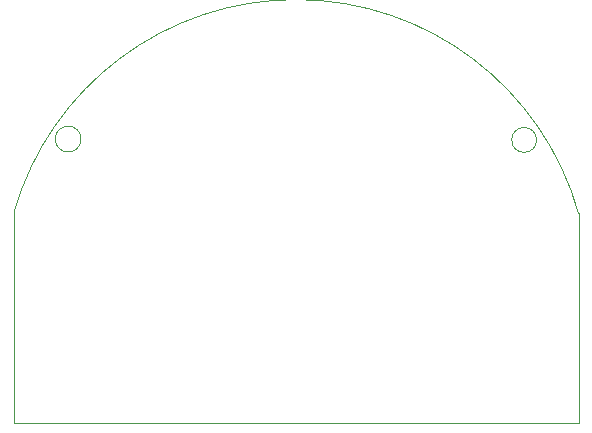
<source format=gbr>
G04 #@! TF.FileFunction,Profile,NP*
%FSLAX46Y46*%
G04 Gerber Fmt 4.6, Leading zero omitted, Abs format (unit mm)*
G04 Created by KiCad (PCBNEW (2015-05-28 BZR 5690)-product) date Thursday, June 25, 2015 'AMt' 09:08:00 AM*
%MOMM*%
G01*
G04 APERTURE LIST*
%ADD10C,0.100000*%
%ADD11C,0.001000*%
G04 APERTURE END LIST*
D10*
X154974922Y-90678000D02*
G75*
G03X154974922Y-90678000I-1050922J0D01*
G01*
X116403730Y-90606271D02*
G75*
G03X116403730Y-90606271I-1087730J0D01*
G01*
D11*
X158532224Y-96897166D02*
G75*
G03X110744000Y-96770000I-23912224J-6742834D01*
G01*
X110744000Y-114617500D02*
X110744000Y-96774000D01*
X158531560Y-114617500D02*
X110744000Y-114617500D01*
X158531560Y-96898460D02*
X158531580Y-114617500D01*
M02*

</source>
